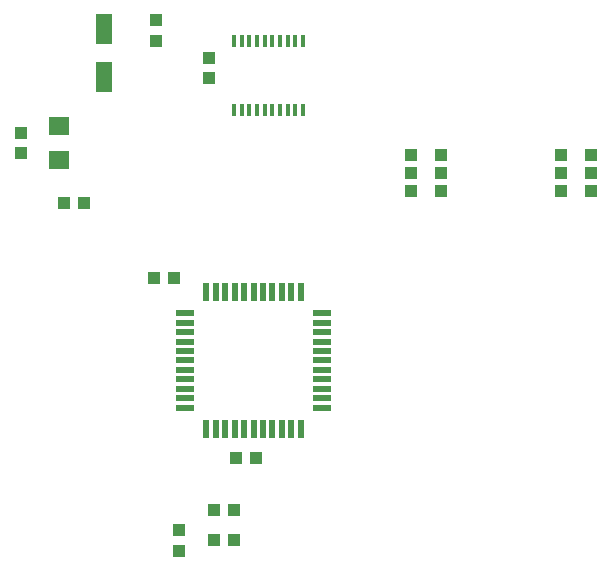
<source format=gtp>
From 3f74740bec4e1e3a9e168d84ae314b1e76705b4f Mon Sep 17 00:00:00 2001
From: Nicolas Schodet
Date: Thu, 7 Apr 2011 02:48:09 +0200
Subject: digital: batchpcb order

---
 .../pcb/orders/batchpcb_2011-04-06/io-serial.GTP   | 124 +++++++++++++++++++++
 1 file changed, 124 insertions(+)
 create mode 100644 digital/io-serial/pcb/orders/batchpcb_2011-04-06/io-serial.GTP

(limited to 'digital/io-serial/pcb/orders/batchpcb_2011-04-06/io-serial.GTP')

diff --git a/digital/io-serial/pcb/orders/batchpcb_2011-04-06/io-serial.GTP b/digital/io-serial/pcb/orders/batchpcb_2011-04-06/io-serial.GTP
new file mode 100644
index 00000000..3a593789
--- /dev/null
+++ b/digital/io-serial/pcb/orders/batchpcb_2011-04-06/io-serial.GTP
@@ -0,0 +1,124 @@
+G75*
+G70*
+%OFA0B0*%
+%FSLAX24Y24*%
+%IPPOS*%
+%LPD*%
+%AMOC8*
+5,1,8,0,0,1.08239X$1,22.5*
+%
+%ADD10R,0.0551X0.1024*%
+%ADD11R,0.0394X0.0433*%
+%ADD12R,0.0710X0.0630*%
+%ADD13R,0.0433X0.0394*%
+%ADD14R,0.0197X0.0591*%
+%ADD15R,0.0591X0.0197*%
+%ADD16R,0.0120X0.0390*%
+%ADD17R,0.0400X0.0400*%
+D10*
+X007294Y020263D03*
+X007294Y021877D03*
+D11*
+X009044Y022154D03*
+X009044Y021485D03*
+X010794Y020904D03*
+X010794Y020235D03*
+X006628Y016070D03*
+X005959Y016070D03*
+X008959Y013570D03*
+X009628Y013570D03*
+X010959Y005820D03*
+X011628Y005820D03*
+X011628Y004820D03*
+X010959Y004820D03*
+D12*
+X005794Y017510D03*
+X005794Y018630D03*
+D13*
+X009794Y004485D03*
+X009794Y005154D03*
+X011709Y007570D03*
+X012378Y007570D03*
+X004544Y017735D03*
+X004544Y018404D03*
+D14*
+X010719Y013103D03*
+X011034Y013103D03*
+X011349Y013103D03*
+X011664Y013103D03*
+X011979Y013103D03*
+X012294Y013103D03*
+X012609Y013103D03*
+X012924Y013103D03*
+X013239Y013103D03*
+X013554Y013103D03*
+X013869Y013103D03*
+X013869Y008536D03*
+X013554Y008536D03*
+X013239Y008536D03*
+X012924Y008536D03*
+X012609Y008536D03*
+X012294Y008536D03*
+X011979Y008536D03*
+X011664Y008536D03*
+X011349Y008536D03*
+X011034Y008536D03*
+X010719Y008536D03*
+D15*
+X010010Y009245D03*
+X010010Y009560D03*
+X010010Y009875D03*
+X010010Y010190D03*
+X010010Y010505D03*
+X010010Y010820D03*
+X010010Y011135D03*
+X010010Y011450D03*
+X010010Y011765D03*
+X010010Y012080D03*
+X010010Y012395D03*
+X014577Y012395D03*
+X014577Y012080D03*
+X014577Y011765D03*
+X014577Y011450D03*
+X014577Y011135D03*
+X014577Y010820D03*
+X014577Y010505D03*
+X014577Y010190D03*
+X014577Y009875D03*
+X014577Y009560D03*
+X014577Y009245D03*
+D16*
+X013945Y019171D03*
+X013689Y019171D03*
+X013434Y019171D03*
+X013178Y019171D03*
+X012922Y019171D03*
+X012666Y019171D03*
+X012410Y019171D03*
+X012154Y019171D03*
+X011898Y019171D03*
+X011642Y019171D03*
+X011642Y021469D03*
+X011898Y021469D03*
+X012154Y021469D03*
+X012410Y021469D03*
+X012666Y021469D03*
+X012922Y021469D03*
+X013178Y021469D03*
+X013434Y021469D03*
+X013689Y021469D03*
+X013945Y021469D03*
+D17*
+X017544Y017670D03*
+X017544Y017070D03*
+X017544Y016470D03*
+X018544Y016470D03*
+X018544Y017070D03*
+X018544Y017670D03*
+X022544Y017670D03*
+X022544Y017070D03*
+X022544Y016470D03*
+X023544Y016470D03*
+X023544Y017070D03*
+X023544Y017670D03*
+M02*
-- 
cgit v1.2.3


</source>
